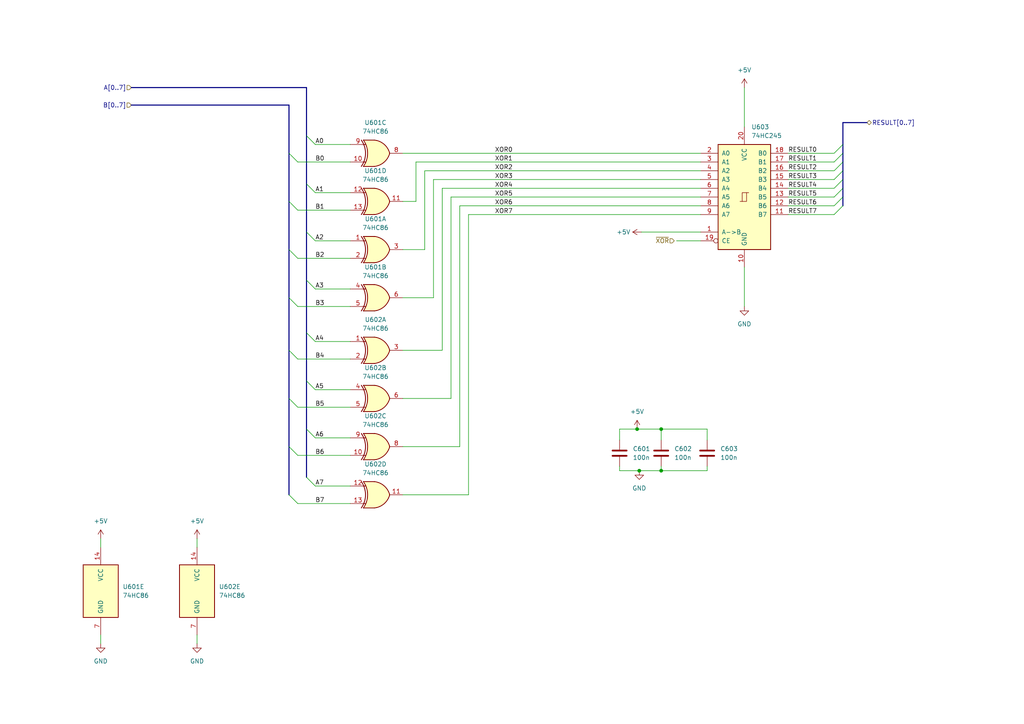
<source format=kicad_sch>
(kicad_sch (version 20211123) (generator eeschema)
  (paper "A4")
  (lib_symbols
    (symbol "74xx:74HC245" (pin_names (offset 1.016))
      (property "Reference" "U" (at -7.62 16.51 0))
      (property "Value" "74HC245" (at -7.62 -16.51 0))
      (symbol "74HC245_1_0"
        (polyline (pts (xy -0.635 -1.27) (xy -0.635 1.27) (xy 0.635 1.27)))
        (polyline (pts (xy -1.27 -1.27) (xy 0.635 -1.27) (xy 0.635 1.27) (xy 1.27 1.27)))
        (pin input line (at -12.7 -10.16 0) (length 5.08) (name "A->B") (number "1"))
        (pin power_in line (at 0 -20.32 90) (length 5.08) (name "GND") (number "10"))
        (pin tri_state line (at 12.7 -5.08 180) (length 5.08) (name "B7") (number "11"))
        (pin tri_state line (at 12.7 -2.54 180) (length 5.08) (name "B6") (number "12"))
        (pin tri_state line (at 12.7 0 180) (length 5.08) (name "B5") (number "13"))
        (pin tri_state line (at 12.7 2.54 180) (length 5.08) (name "B4") (number "14"))
        (pin tri_state line (at 12.7 5.08 180) (length 5.08) (name "B3") (number "15"))
        (pin tri_state line (at 12.7 7.62 180) (length 5.08) (name "B2") (number "16"))
        (pin tri_state line (at 12.7 10.16 180) (length 5.08) (name "B1") (number "17"))
        (pin tri_state line (at 12.7 12.7 180) (length 5.08) (name "B0") (number "18"))
        (pin input inverted (at -12.7 -12.7 0) (length 5.08) (name "CE") (number "19"))
        (pin tri_state line (at -12.7 12.7 0) (length 5.08) (name "A0") (number "2"))
        (pin power_in line (at 0 20.32 270) (length 5.08) (name "VCC") (number "20"))
        (pin tri_state line (at -12.7 10.16 0) (length 5.08) (name "A1") (number "3"))
        (pin tri_state line (at -12.7 7.62 0) (length 5.08) (name "A2") (number "4"))
        (pin tri_state line (at -12.7 5.08 0) (length 5.08) (name "A3") (number "5"))
        (pin tri_state line (at -12.7 2.54 0) (length 5.08) (name "A4") (number "6"))
        (pin tri_state line (at -12.7 0 0) (length 5.08) (name "A5") (number "7"))
        (pin tri_state line (at -12.7 -2.54 0) (length 5.08) (name "A6") (number "8"))
        (pin tri_state line (at -12.7 -5.08 0) (length 5.08) (name "A7") (number "9"))
      )
      (symbol "74HC245_1_1"
        (rectangle (start -7.62 15.24) (end 7.62 -15.24) (stroke (width 0.254)) (fill (type background)))
      )
    )
    (symbol "74xx:74HC86" (pin_names (offset 1.016))
      (property "Reference" "U" (at 0 1.27 0))
      (property "Value" "74HC86" (at 0 -1.27 0))
      (symbol "74HC86_1_0"
        (arc (start -4.4196 -3.81) (mid -3.2033 0) (end -4.4196 3.81) (stroke (width 0.254)))
        (arc (start -3.81 -3.81) (mid -2.589 0) (end -3.81 3.81) (stroke (width 0.254)))
        (arc (start -0.6096 -3.81) (mid 2.1842 -2.5851) (end 3.81 0) (stroke (width 0.254)) (fill (type background)))
        (polyline (pts (xy -3.81 -3.81) (xy -0.635 -3.81)) (stroke (width 0.254)) (fill (type background)))
        (polyline (pts (xy -3.81 3.81) (xy -0.635 3.81)) (stroke (width 0.254)) (fill (type background)))
        (polyline (pts (xy -0.635 3.81) (xy -3.81 3.81) (xy -3.81 3.81) (xy -3.556 3.4036) (xy -3.0226 2.2606) (xy -2.6924 1.0414) (xy -2.6162 -0.254) (xy -2.7686 -1.4986) (xy -3.175 -2.7178) (xy -3.81 -3.81) (xy -3.81 -3.81) (xy -0.635 -3.81)) (stroke (width -25.4)) (fill (type background)))
        (arc (start 3.81 0) (mid 2.1915 2.5936) (end -0.6096 3.81) (stroke (width 0.254)) (fill (type background)))
        (pin input line (at -7.62 2.54 0) (length 4.445) (name "~") (number "1"))
        (pin input line (at -7.62 -2.54 0) (length 4.445) (name "~") (number "2"))
        (pin output line (at 7.62 0 180) (length 3.81) (name "~") (number "3"))
      )
      (symbol "74HC86_1_1"
        (polyline (pts (xy -3.81 -2.54) (xy -3.175 -2.54)) (stroke (width 0.1524)))
        (polyline (pts (xy -3.81 2.54) (xy -3.175 2.54)) (stroke (width 0.1524)))
      )
      (symbol "74HC86_2_0"
        (arc (start -4.4196 -3.81) (mid -3.2033 0) (end -4.4196 3.81) (stroke (width 0.254)))
        (arc (start -3.81 -3.81) (mid -2.589 0) (end -3.81 3.81) (stroke (width 0.254)))
        (arc (start -0.6096 -3.81) (mid 2.1842 -2.5851) (end 3.81 0) (stroke (width 0.254)) (fill (type background)))
        (polyline (pts (xy -3.81 -3.81) (xy -0.635 -3.81)) (stroke (width 0.254)) (fill (type background)))
        (polyline (pts (xy -3.81 3.81) (xy -0.635 3.81)) (stroke (width 0.254)) (fill (type background)))
        (polyline (pts (xy -0.635 3.81) (xy -3.81 3.81) (xy -3.81 3.81) (xy -3.556 3.4036) (xy -3.0226 2.2606) (xy -2.6924 1.0414) (xy -2.6162 -0.254) (xy -2.7686 -1.4986) (xy -3.175 -2.7178) (xy -3.81 -3.81) (xy -3.81 -3.81) (xy -0.635 -3.81)) (stroke (width -25.4)) (fill (type background)))
        (arc (start 3.81 0) (mid 2.1915 2.5936) (end -0.6096 3.81) (stroke (width 0.254)) (fill (type background)))
        (pin input line (at -7.62 2.54 0) (length 4.445) (name "~") (number "4"))
        (pin input line (at -7.62 -2.54 0) (length 4.445) (name "~") (number "5"))
        (pin output line (at 7.62 0 180) (length 3.81) (name "~") (number "6"))
      )
      (symbol "74HC86_2_1"
        (polyline (pts (xy -3.81 -2.54) (xy -3.175 -2.54)) (stroke (width 0.1524)))
        (polyline (pts (xy -3.81 2.54) (xy -3.175 2.54)) (stroke (width 0.1524)))
      )
      (symbol "74HC86_3_0"
        (arc (start -4.4196 -3.81) (mid -3.2033 0) (end -4.4196 3.81) (stroke (width 0.254)))
        (arc (start -3.81 -3.81) (mid -2.589 0) (end -3.81 3.81) (stroke (width 0.254)))
        (arc (start -0.6096 -3.81) (mid 2.1842 -2.5851) (end 3.81 0) (stroke (width 0.254)) (fill (type background)))
        (polyline (pts (xy -3.81 -3.81) (xy -0.635 -3.81)) (stroke (width 0.254)) (fill (type background)))
        (polyline (pts (xy -3.81 3.81) (xy -0.635 3.81)) (stroke (width 0.254)) (fill (type background)))
        (polyline (pts (xy -0.635 3.81) (xy -3.81 3.81) (xy -3.81 3.81) (xy -3.556 3.4036) (xy -3.0226 2.2606) (xy -2.6924 1.0414) (xy -2.6162 -0.254) (xy -2.7686 -1.4986) (xy -3.175 -2.7178) (xy -3.81 -3.81) (xy -3.81 -3.81) (xy -0.635 -3.81)) (stroke (width -25.4)) (fill (type background)))
        (arc (start 3.81 0) (mid 2.1915 2.5936) (end -0.6096 3.81) (stroke (width 0.254)) (fill (type background)))
        (pin input line (at -7.62 -2.54 0) (length 4.445) (name "~") (number "10"))
        (pin output line (at 7.62 0 180) (length 3.81) (name "~") (number "8"))
        (pin input line (at -7.62 2.54 0) (length 4.445) (name "~") (number "9"))
      )
      (symbol "74HC86_3_1"
        (polyline (pts (xy -3.81 -2.54) (xy -3.175 -2.54)) (stroke (width 0.1524)))
        (polyline (pts (xy -3.81 2.54) (xy -3.175 2.54)) (stroke (width 0.1524)))
      )
      (symbol "74HC86_4_0"
        (arc (start -4.4196 -3.81) (mid -3.2033 0) (end -4.4196 3.81) (stroke (width 0.254)))
        (arc (start -3.81 -3.81) (mid -2.589 0) (end -3.81 3.81) (stroke (width 0.254)))
        (arc (start -0.6096 -3.81) (mid 2.1842 -2.5851) (end 3.81 0) (stroke (width 0.254)) (fill (type background)))
        (polyline (pts (xy -3.81 -3.81) (xy -0.635 -3.81)) (stroke (width 0.254)) (fill (type background)))
        (polyline (pts (xy -3.81 3.81) (xy -0.635 3.81)) (stroke (width 0.254)) (fill (type background)))
        (polyline (pts (xy -0.635 3.81) (xy -3.81 3.81) (xy -3.81 3.81) (xy -3.556 3.4036) (xy -3.0226 2.2606) (xy -2.6924 1.0414) (xy -2.6162 -0.254) (xy -2.7686 -1.4986) (xy -3.175 -2.7178) (xy -3.81 -3.81) (xy -3.81 -3.81) (xy -0.635 -3.81)) (stroke (width -25.4)) (fill (type background)))
        (arc (start 3.81 0) (mid 2.1915 2.5936) (end -0.6096 3.81) (stroke (width 0.254)) (fill (type background)))
        (pin output line (at 7.62 0 180) (length 3.81) (name "~") (number "11"))
        (pin input line (at -7.62 2.54 0) (length 4.445) (name "~") (number "12"))
        (pin input line (at -7.62 -2.54 0) (length 4.445) (name "~") (number "13"))
      )
      (symbol "74HC86_4_1"
        (polyline (pts (xy -3.81 -2.54) (xy -3.175 -2.54)) (stroke (width 0.1524)))
        (polyline (pts (xy -3.81 2.54) (xy -3.175 2.54)) (stroke (width 0.1524)))
      )
      (symbol "74HC86_5_0"
        (pin power_in line (at 0 12.7 270) (length 5.08) (name "VCC") (number "14"))
        (pin power_in line (at 0 -12.7 90) (length 5.08) (name "GND") (number "7"))
      )
      (symbol "74HC86_5_1"
        (rectangle (start -5.08 7.62) (end 5.08 -7.62) (stroke (width 0.254)) (fill (type background)))
      )
    )
    (symbol "Device:C" (pin_numbers hide) (pin_names (offset 0.254))
      (property "Reference" "C" (at 0.635 2.54 0))
      (property "Value" "C" (at 0.635 -2.54 0))
      (symbol "C_0_1"
        (polyline (pts (xy -2.032 -0.762) (xy 2.032 -0.762)) (stroke (width 0.508)))
        (polyline (pts (xy -2.032 0.762) (xy 2.032 0.762)) (stroke (width 0.508)))
      )
      (symbol "C_1_1"
        (pin passive line (at 0 3.81 270) (length 2.794) (name "~") (number "1"))
        (pin passive line (at 0 -3.81 90) (length 2.794) (name "~") (number "2"))
      )
    )
    (symbol "power:+5V" (power) (pin_names (offset 0))
      (property "Value" "+5V" (at 0 3.556 0))
      (symbol "+5V_0_1"
        (polyline (pts (xy -0.762 1.27) (xy 0 2.54)))
        (polyline (pts (xy 0 0) (xy 0 2.54)))
        (polyline (pts (xy 0 2.54) (xy 0.762 1.27)))
      )
      (symbol "+5V_1_1"
        (pin power_in line (at 0 0 90) (length 0) hide (name "+5V") (number "1"))
      )
    )
    (symbol "power:GND" (power) (pin_names (offset 0))
      (property "Value" "GND" (at 0 -3.81 0))
      (symbol "GND_0_1"
        (polyline (pts (xy 0 0) (xy 0 -1.27) (xy 1.27 -1.27) (xy 0 -2.54) (xy -1.27 -1.27) (xy 0 -1.27)))
      )
      (symbol "GND_1_1"
        (pin power_in line (at 0 0 270) (length 0) hide (name "GND") (number "1"))
      )
    )
  )
  (junction (at 191.77 136.525))
  (junction (at 185.42 136.525))
  (junction (at 191.77 124.46))
  (junction (at 184.785 124.46))
  (bus_entry (at 88.9 138.43) (size 2.54 2.54))
  (bus_entry (at 88.9 110.49) (size 2.54 2.54))
  (bus_entry (at 83.82 58.42) (size 2.54 2.54))
  (bus_entry (at 83.82 86.36) (size 2.54 2.54))
  (bus_entry (at 88.9 67.31) (size 2.54 2.54))
  (bus_entry (at 83.82 72.39) (size 2.54 2.54))
  (bus_entry (at 88.9 124.46) (size 2.54 2.54))
  (bus_entry (at 83.82 101.6) (size 2.54 2.54))
  (bus_entry (at 244.475 57.15) (size -2.54 2.54))
  (bus_entry (at 244.475 59.69) (size -2.54 2.54))
  (bus_entry (at 83.82 129.54) (size 2.54 2.54))
  (bus_entry (at 83.82 44.45) (size 2.54 2.54))
  (bus_entry (at 83.82 115.57) (size 2.54 2.54))
  (bus_entry (at 244.475 54.61) (size -2.54 2.54))
  (bus_entry (at 244.475 41.91) (size -2.54 2.54))
  (bus_entry (at 88.9 53.34) (size 2.54 2.54))
  (bus_entry (at 244.475 46.99) (size -2.54 2.54))
  (bus_entry (at 83.82 143.51) (size 2.54 2.54))
  (bus_entry (at 244.475 49.53) (size -2.54 2.54))
  (bus_entry (at 88.9 96.52) (size 2.54 2.54))
  (bus_entry (at 88.9 81.28) (size 2.54 2.54))
  (bus_entry (at 244.475 44.45) (size -2.54 2.54))
  (bus_entry (at 244.475 52.07) (size -2.54 2.54))
  (bus_entry (at 88.9 39.37) (size 2.54 2.54))
  (bus (pts (xy 38.1 25.4) (xy 88.9 25.4)))
  (wire (pts (xy 191.77 136.525) (xy 205.105 136.525)))
  (bus (pts (xy 83.82 44.45) (xy 83.82 58.42)))
  (wire (pts (xy 228.6 46.99) (xy 241.935 46.99)))
  (wire (pts (xy 130.81 115.57) (xy 116.84 115.57)))
  (bus (pts (xy 88.9 53.34) (xy 88.9 67.31)))
  (bus (pts (xy 83.82 101.6) (xy 83.82 115.57)))
  (bus (pts (xy 88.9 96.52) (xy 88.9 110.49)))
  (bus (pts (xy 88.9 81.28) (xy 88.9 96.52)))
  (bus (pts (xy 244.475 41.91) (xy 244.475 44.45)))
  (wire (pts (xy 91.44 69.85) (xy 101.6 69.85)))
  (wire (pts (xy 86.36 118.11) (xy 101.6 118.11)))
  (wire (pts (xy 179.705 124.46) (xy 184.785 124.46)))
  (wire (pts (xy 228.6 57.15) (xy 241.935 57.15)))
  (wire (pts (xy 91.44 140.97) (xy 101.6 140.97)))
  (wire (pts (xy 86.36 146.05) (xy 101.6 146.05)))
  (wire (pts (xy 29.21 156.21) (xy 29.21 158.75)))
  (wire (pts (xy 123.19 72.39) (xy 116.84 72.39)))
  (bus (pts (xy 88.9 67.31) (xy 88.9 81.28)))
  (wire (pts (xy 91.44 83.82) (xy 101.6 83.82)))
  (wire (pts (xy 228.6 59.69) (xy 241.935 59.69)))
  (wire (pts (xy 128.27 101.6) (xy 116.84 101.6)))
  (wire (pts (xy 86.36 104.14) (xy 101.6 104.14)))
  (wire (pts (xy 128.27 54.61) (xy 128.27 101.6)))
  (wire (pts (xy 185.42 136.525) (xy 191.77 136.525)))
  (wire (pts (xy 116.84 58.42) (xy 120.65 58.42)))
  (wire (pts (xy 179.705 127.635) (xy 179.705 124.46)))
  (bus (pts (xy 244.475 54.61) (xy 244.475 57.15)))
  (wire (pts (xy 184.785 124.46) (xy 191.77 124.46)))
  (wire (pts (xy 120.65 46.99) (xy 203.2 46.99)))
  (wire (pts (xy 86.36 132.08) (xy 101.6 132.08)))
  (wire (pts (xy 91.44 113.03) (xy 101.6 113.03)))
  (wire (pts (xy 191.77 135.255) (xy 191.77 136.525)))
  (bus (pts (xy 244.475 35.56) (xy 244.475 41.91)))
  (bus (pts (xy 83.82 86.36) (xy 83.82 101.6)))
  (wire (pts (xy 215.9 77.47) (xy 215.9 88.9)))
  (wire (pts (xy 228.6 62.23) (xy 241.935 62.23)))
  (bus (pts (xy 88.9 25.4) (xy 88.9 39.37)))
  (wire (pts (xy 203.2 54.61) (xy 128.27 54.61)))
  (bus (pts (xy 244.475 49.53) (xy 244.475 52.07)))
  (bus (pts (xy 88.9 39.37) (xy 88.9 53.34)))
  (bus (pts (xy 251.46 35.56) (xy 244.475 35.56)))
  (wire (pts (xy 116.84 44.45) (xy 203.2 44.45)))
  (wire (pts (xy 205.105 136.525) (xy 205.105 135.255)))
  (wire (pts (xy 228.6 49.53) (xy 241.935 49.53)))
  (wire (pts (xy 203.2 62.23) (xy 135.89 62.23)))
  (wire (pts (xy 86.36 46.99) (xy 101.6 46.99)))
  (wire (pts (xy 133.35 129.54) (xy 133.35 59.69)))
  (wire (pts (xy 186.055 67.31) (xy 203.2 67.31)))
  (wire (pts (xy 91.44 99.06) (xy 101.6 99.06)))
  (wire (pts (xy 205.105 124.46) (xy 205.105 127.635)))
  (wire (pts (xy 116.84 86.36) (xy 125.73 86.36)))
  (bus (pts (xy 83.82 72.39) (xy 83.82 86.36)))
  (wire (pts (xy 228.6 44.45) (xy 241.935 44.45)))
  (wire (pts (xy 203.2 49.53) (xy 123.19 49.53)))
  (bus (pts (xy 88.9 124.46) (xy 88.9 138.43)))
  (bus (pts (xy 244.475 57.15) (xy 244.475 59.69)))
  (wire (pts (xy 179.705 135.255) (xy 179.705 136.525)))
  (wire (pts (xy 29.21 184.15) (xy 29.21 186.69)))
  (wire (pts (xy 57.15 184.15) (xy 57.15 186.69)))
  (wire (pts (xy 86.36 60.96) (xy 101.6 60.96)))
  (wire (pts (xy 123.19 49.53) (xy 123.19 72.39)))
  (wire (pts (xy 86.36 74.93) (xy 101.6 74.93)))
  (bus (pts (xy 88.9 110.49) (xy 88.9 124.46)))
  (bus (pts (xy 244.475 52.07) (xy 244.475 54.61)))
  (wire (pts (xy 191.77 124.46) (xy 205.105 124.46)))
  (wire (pts (xy 133.35 59.69) (xy 203.2 59.69)))
  (bus (pts (xy 244.475 46.99) (xy 244.475 49.53)))
  (wire (pts (xy 125.73 52.07) (xy 203.2 52.07)))
  (wire (pts (xy 135.89 62.23) (xy 135.89 143.51)))
  (bus (pts (xy 83.82 115.57) (xy 83.82 129.54)))
  (wire (pts (xy 91.44 41.91) (xy 101.6 41.91)))
  (wire (pts (xy 228.6 52.07) (xy 241.935 52.07)))
  (wire (pts (xy 135.89 143.51) (xy 116.84 143.51)))
  (wire (pts (xy 130.81 57.15) (xy 130.81 115.57)))
  (wire (pts (xy 191.77 124.46) (xy 191.77 127.635)))
  (wire (pts (xy 120.65 58.42) (xy 120.65 46.99)))
  (wire (pts (xy 86.36 88.9) (xy 101.6 88.9)))
  (bus (pts (xy 83.82 58.42) (xy 83.82 72.39)))
  (wire (pts (xy 203.2 57.15) (xy 130.81 57.15)))
  (bus (pts (xy 83.82 129.54) (xy 83.82 143.51)))
  (wire (pts (xy 179.705 136.525) (xy 185.42 136.525)))
  (wire (pts (xy 116.84 129.54) (xy 133.35 129.54)))
  (bus (pts (xy 83.82 30.48) (xy 83.82 44.45)))
  (wire (pts (xy 57.15 156.21) (xy 57.15 158.75)))
  (bus (pts (xy 38.1 30.48) (xy 83.82 30.48)))
  (wire (pts (xy 91.44 127) (xy 101.6 127)))
  (wire (pts (xy 228.6 54.61) (xy 241.935 54.61)))
  (wire (pts (xy 91.44 55.88) (xy 101.6 55.88)))
  (wire (pts (xy 215.9 25.4) (xy 215.9 36.83)))
  (bus (pts (xy 244.475 44.45) (xy 244.475 46.99)))
  (wire (pts (xy 196.215 69.85) (xy 203.2 69.85)))
  (wire (pts (xy 125.73 86.36) (xy 125.73 52.07)))
  (label "RESULT0" (at 228.6 44.45 0))
  (label "XOR5" (at 143.51 57.15 0))
  (label "XOR0" (at 143.51 44.45 0))
  (label "XOR3" (at 143.51 52.07 0))
  (label "A2" (at 91.44 69.85 0))
  (label "XOR4" (at 143.51 54.61 0))
  (label "B1" (at 91.44 60.96 0))
  (label "A3" (at 91.44 83.82 0))
  (label "A4" (at 91.44 99.06 0))
  (label "B3" (at 91.44 88.9 0))
  (label "A7" (at 91.44 140.97 0))
  (label "B6" (at 91.44 132.08 0))
  (label "RESULT7" (at 228.6 62.23 0))
  (label "RESULT2" (at 228.6 49.53 0))
  (label "B0" (at 91.44 46.99 0))
  (label "A1" (at 91.44 55.88 0))
  (label "B7" (at 91.44 146.05 0))
  (label "A5" (at 91.44 113.03 0))
  (label "A0" (at 91.44 41.91 0))
  (label "A6" (at 91.44 127 0))
  (label "B5" (at 91.44 118.11 0))
  (label "RESULT6" (at 228.6 59.69 0))
  (label "RESULT5" (at 228.6 57.15 0))
  (label "B4" (at 91.44 104.14 0))
  (label "RESULT1" (at 228.6 46.99 0))
  (label "RESULT3" (at 228.6 52.07 0))
  (label "XOR1" (at 143.51 46.99 0))
  (label "XOR2" (at 143.51 49.53 0))
  (label "RESULT4" (at 228.6 54.61 0))
  (label "XOR7" (at 143.51 62.23 0))
  (label "XOR6" (at 143.51 59.69 0))
  (label "B2" (at 91.44 74.93 0))
  (hierarchical_label "A[0..7]" (shape input) (at 38.1 25.4 180))
  (hierarchical_label "RESULT[0..7]" (shape tri_state) (at 251.46 35.56 0))
  (hierarchical_label "~{XOR}" (shape input) (at 195.58 69.85 180))
  (hierarchical_label "B[0..7]" (shape input) (at 38.1 30.48 180))
  (symbol (lib_id "power:+5V") (at 215.9 25.4 0) (unit 1)
    (property "Reference" "#PWR0608" (effects hide))
    (property "Value" "+5V" (at 215.9 20.32 0))
  )
  (symbol (lib_id "74xx:74HC86") (at 57.15 171.45 0) (unit 5)
    (property "Reference" "U602" (at 63.5 170.1799 0) (effects (justify left)))
    (property "Value" "74HC86" (at 63.5 172.7199 0) (effects (justify left)))
    (property "Footprint" "Package_DIP:DIP-14_W7.62mm_Socket" (effects hide))
    (property "Datasheet" "http://www.ti.com/lit/gpn/sn74HC86" (effects hide))
  )
  (symbol (lib_id "power:GND") (at 215.9 88.9 0) (unit 1)
    (property "Reference" "#PWR0609" (effects hide))
    (property "Value" "GND" (at 215.9 93.98 0))
  )
  (symbol (lib_id "74xx:74HC86") (at 109.22 72.39 0) (unit 1)
    (property "Reference" "U601" (at 108.9152 63.5 0))
    (property "Value" "74HC86" (at 108.9152 66.04 0))
    (property "Footprint" "Package_DIP:DIP-14_W7.62mm_Socket" (effects hide))
    (property "Datasheet" "http://www.ti.com/lit/gpn/sn74HC86" (effects hide))
  )
  (symbol (lib_id "74xx:74HC86") (at 109.22 115.57 0) (unit 2)
    (property "Reference" "U602" (at 108.9152 106.68 0))
    (property "Value" "74HC86" (at 108.9152 109.22 0))
    (property "Footprint" "Package_DIP:DIP-14_W7.62mm_Socket" (effects hide))
    (property "Datasheet" "http://www.ti.com/lit/gpn/sn74HC86" (effects hide))
  )
  (symbol (lib_id "74xx:74HC86") (at 109.22 129.54 0) (unit 3)
    (property "Reference" "U602" (at 108.9152 120.65 0))
    (property "Value" "74HC86" (at 108.9152 123.19 0))
    (property "Footprint" "Package_DIP:DIP-14_W7.62mm_Socket" (effects hide))
    (property "Datasheet" "http://www.ti.com/lit/gpn/sn74HC86" (effects hide))
  )
  (symbol (lib_id "Device:C") (at 179.705 131.445 0) (unit 1)
    (property "Reference" "C601" (at 183.515 130.1749 0) (effects (justify left)))
    (property "Value" "100n" (at 183.515 132.7149 0) (effects (justify left)))
    (property "Footprint" "Capacitor_SMD:C_0603_1608Metric" (effects hide))
    (property "Datasheet" "https://datasheet.lcsc.com/lcsc/1809301912_YAGEO-CC0603KRX7R9BB104_C14663.pdf" (effects hide))
    (property "LCSC" "C14663" (effects hide))
  )
  (symbol (lib_id "74xx:74HC86") (at 109.22 44.45 0) (unit 3)
    (property "Reference" "U601" (at 108.9152 35.56 0))
    (property "Value" "74HC86" (at 108.9152 38.1 0))
    (property "Footprint" "Package_DIP:DIP-14_W7.62mm_Socket" (effects hide))
    (property "Datasheet" "http://www.ti.com/lit/gpn/sn74HC86" (effects hide))
  )
  (symbol (lib_id "power:GND") (at 57.15 186.69 0) (unit 1)
    (property "Reference" "#PWR0604" (effects hide))
    (property "Value" "GND" (at 57.15 191.77 0))
  )
  (symbol (lib_id "power:GND") (at 29.21 186.69 0) (unit 1)
    (property "Reference" "#PWR0602" (effects hide))
    (property "Value" "GND" (at 29.21 191.77 0))
  )
  (symbol (lib_id "power:+5V") (at 29.21 156.21 0) (unit 1)
    (property "Reference" "#PWR0601" (effects hide))
    (property "Value" "+5V" (at 29.21 151.13 0))
  )
  (symbol (lib_id "74xx:74HC86") (at 109.22 143.51 0) (unit 4)
    (property "Reference" "U602" (at 108.9152 134.62 0))
    (property "Value" "74HC86" (at 108.9152 137.16 0))
    (property "Footprint" "Package_DIP:DIP-14_W7.62mm_Socket" (effects hide))
    (property "Datasheet" "http://www.ti.com/lit/gpn/sn74HC86" (effects hide))
  )
  (symbol (lib_id "74xx:74HC86") (at 109.22 101.6 0) (unit 1)
    (property "Reference" "U602" (at 108.9152 92.71 0))
    (property "Value" "74HC86" (at 108.9152 95.25 0))
    (property "Footprint" "Package_DIP:DIP-14_W7.62mm_Socket" (effects hide))
    (property "Datasheet" "http://www.ti.com/lit/gpn/sn74HC86" (effects hide))
  )
  (symbol (lib_id "Device:C") (at 191.77 131.445 0) (unit 1)
    (property "Reference" "C602" (at 195.58 130.1749 0) (effects (justify left)))
    (property "Value" "100n" (at 195.58 132.7149 0) (effects (justify left)))
    (property "Footprint" "Capacitor_SMD:C_0603_1608Metric" (effects hide))
    (property "Datasheet" "https://datasheet.lcsc.com/lcsc/1809301912_YAGEO-CC0603KRX7R9BB104_C14663.pdf" (effects hide))
    (property "LCSC" "C14663" (effects hide))
  )
  (symbol (lib_id "74xx:74HC86") (at 109.22 58.42 0) (unit 4)
    (property "Reference" "U601" (at 108.9152 49.53 0))
    (property "Value" "74HC86" (at 108.9152 52.07 0))
    (property "Footprint" "Package_DIP:DIP-14_W7.62mm_Socket" (effects hide))
    (property "Datasheet" "http://www.ti.com/lit/gpn/sn74HC86" (effects hide))
  )
  (symbol (lib_id "74xx:74HC86") (at 29.21 171.45 0) (unit 5)
    (property "Reference" "U601" (at 35.56 170.1799 0) (effects (justify left)))
    (property "Value" "74HC86" (at 35.56 172.7199 0) (effects (justify left)))
    (property "Footprint" "Package_DIP:DIP-14_W7.62mm_Socket" (effects hide))
    (property "Datasheet" "http://www.ti.com/lit/gpn/sn74HC86" (effects hide))
  )
  (symbol (lib_id "Device:C") (at 205.105 131.445 0) (unit 1)
    (property "Reference" "C603" (at 208.915 130.1749 0) (effects (justify left)))
    (property "Value" "100n" (at 208.915 132.7149 0) (effects (justify left)))
    (property "Footprint" "Capacitor_SMD:C_0603_1608Metric" (effects hide))
    (property "Datasheet" "https://datasheet.lcsc.com/lcsc/1809301912_YAGEO-CC0603KRX7R9BB104_C14663.pdf" (effects hide))
    (property "LCSC" "C14663" (effects hide))
  )
  (symbol (lib_id "74xx:74HC86") (at 109.22 86.36 0) (unit 2)
    (property "Reference" "U601" (at 108.9152 77.47 0))
    (property "Value" "74HC86" (at 108.9152 80.01 0))
    (property "Footprint" "Package_DIP:DIP-14_W7.62mm_Socket" (effects hide))
    (property "Datasheet" "http://www.ti.com/lit/gpn/sn74HC86" (effects hide))
  )
  (symbol (lib_id "power:+5V") (at 186.055 67.31 90) (unit 1)
    (property "Reference" "#PWR0607" (effects hide))
    (property "Value" "+5V" (at 182.88 67.3099 90) (effects (justify left)))
  )
  (symbol (lib_id "power:+5V") (at 184.785 124.46 0) (unit 1)
    (property "Reference" "#PWR0605" (effects hide))
    (property "Value" "+5V" (at 184.785 119.38 0))
  )
  (symbol (lib_id "74xx:74HC245") (at 215.9 57.15 0) (unit 1)
    (property "Reference" "U603" (at 217.9194 36.83 0) (effects (justify left)))
    (property "Value" "74HC245" (at 217.9194 39.37 0) (effects (justify left)))
    (property "Footprint" "Package_SO:SOIC-20W_7.5x12.8mm_P1.27mm" (effects hide))
    (property "Datasheet" "http://www.ti.com/lit/gpn/sn74HC245" (effects hide))
    (property "LCSC" "C5625" (effects hide))
  )
  (symbol (lib_id "power:+5V") (at 57.15 156.21 0) (unit 1)
    (property "Reference" "#PWR0603" (effects hide))
    (property "Value" "+5V" (at 57.15 151.13 0))
  )
  (symbol (lib_id "power:GND") (at 185.42 136.525 0) (unit 1)
    (property "Reference" "#PWR0606" (effects hide))
    (property "Value" "GND" (at 185.42 141.605 0))
  )
)
</source>
